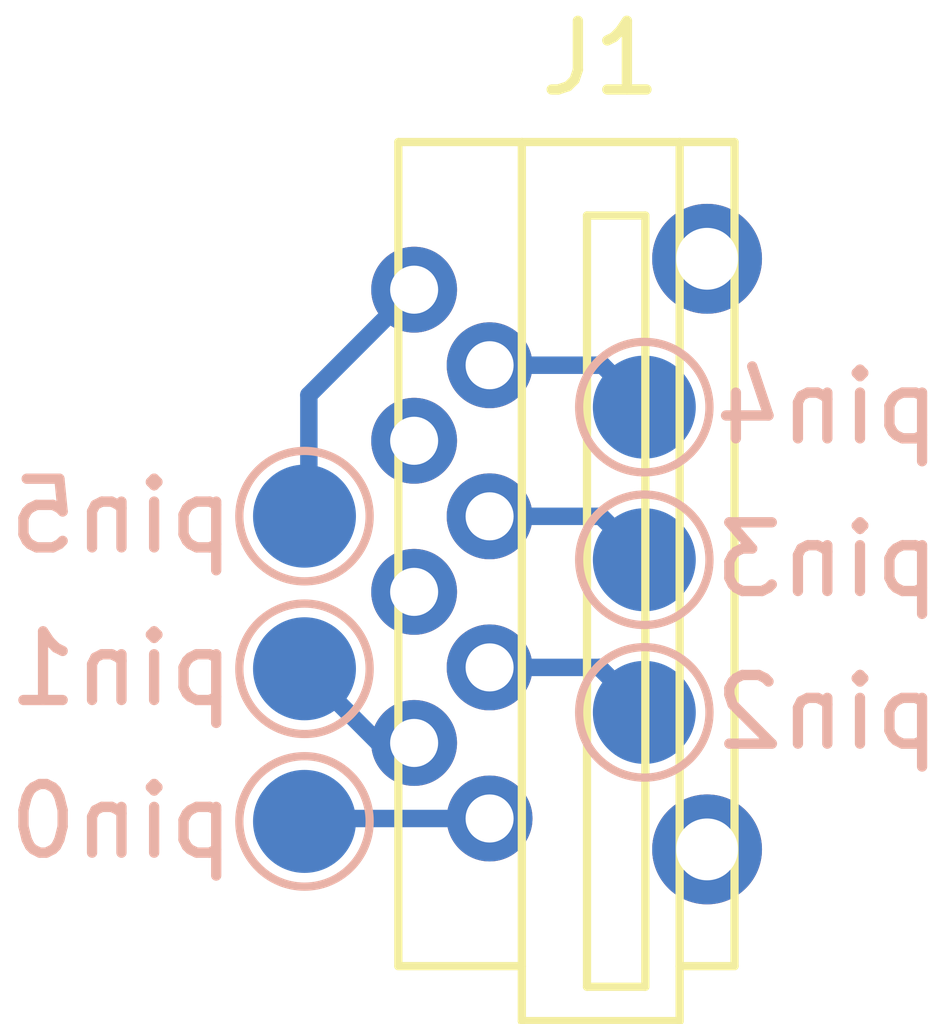
<source format=kicad_pcb>
(kicad_pcb (version 20171130) (host pcbnew "(5.1.9-0-10_14)")

  (general
    (thickness 1.6)
    (drawings 6)
    (tracks 12)
    (zones 0)
    (modules 7)
    (nets 9)
  )

  (page A4)
  (layers
    (0 F.Cu signal)
    (31 B.Cu signal)
    (32 B.Adhes user)
    (33 F.Adhes user)
    (34 B.Paste user)
    (35 F.Paste user)
    (36 B.SilkS user)
    (37 F.SilkS user)
    (38 B.Mask user)
    (39 F.Mask user)
    (40 Dwgs.User user)
    (41 Cmts.User user)
    (42 Eco1.User user)
    (43 Eco2.User user)
    (44 Edge.Cuts user)
    (45 Margin user)
    (46 B.CrtYd user hide)
    (47 F.CrtYd user hide)
    (48 B.Fab user hide)
    (49 F.Fab user hide)
  )

  (setup
    (last_trace_width 0.254)
    (user_trace_width 0.1524)
    (user_trace_width 0.254)
    (user_trace_width 0.4064)
    (user_trace_width 0.635)
    (trace_clearance 0.1524)
    (zone_clearance 0.508)
    (zone_45_only no)
    (trace_min 0.1524)
    (via_size 0.6858)
    (via_drill 0.3048)
    (via_min_size 0.6858)
    (via_min_drill 0.3048)
    (uvia_size 0.3048)
    (uvia_drill 0.1524)
    (uvias_allowed no)
    (uvia_min_size 0.2)
    (uvia_min_drill 0.1)
    (edge_width 0.15)
    (segment_width 0.2)
    (pcb_text_width 0.3)
    (pcb_text_size 1.5 1.5)
    (mod_edge_width 0.15)
    (mod_text_size 1 1)
    (mod_text_width 0.15)
    (pad_size 1.5 1.5)
    (pad_drill 0)
    (pad_to_mask_clearance 0.2)
    (aux_axis_origin 0 0)
    (visible_elements FFFFFF7F)
    (pcbplotparams
      (layerselection 0x010fc_ffffffff)
      (usegerberextensions false)
      (usegerberattributes false)
      (usegerberadvancedattributes false)
      (creategerberjobfile false)
      (excludeedgelayer true)
      (linewidth 0.100000)
      (plotframeref false)
      (viasonmask false)
      (mode 1)
      (useauxorigin false)
      (hpglpennumber 1)
      (hpglpenspeed 20)
      (hpglpendiameter 15.000000)
      (psnegative false)
      (psa4output false)
      (plotreference true)
      (plotvalue true)
      (plotinvisibletext false)
      (padsonsilk false)
      (subtractmaskfromsilk false)
      (outputformat 1)
      (mirror false)
      (drillshape 1)
      (scaleselection 1)
      (outputdirectory ""))
  )

  (net 0 "")
  (net 1 GND)
  (net 2 "Net-(J1-Pad1)")
  (net 3 "Net-(J1-Pad2)")
  (net 4 "Net-(J1-Pad3)")
  (net 5 "Net-(J1-Pad5)")
  (net 6 "Net-(J1-Pad7)")
  (net 7 "Net-(J1-Pad8)")
  (net 8 +3V3)

  (net_class Default "This is the default net class."
    (clearance 0.1524)
    (trace_width 0.1524)
    (via_dia 0.6858)
    (via_drill 0.3048)
    (uvia_dia 0.3048)
    (uvia_drill 0.1524)
    (diff_pair_width 0.1524)
    (diff_pair_gap 0.1524)
    (add_net +3V3)
    (add_net GND)
    (add_net "Net-(J1-Pad1)")
    (add_net "Net-(J1-Pad2)")
    (add_net "Net-(J1-Pad3)")
    (add_net "Net-(J1-Pad5)")
    (add_net "Net-(J1-Pad7)")
    (add_net "Net-(J1-Pad8)")
  )

  (module TestPoint:TestPoint_Pad_D1.5mm (layer B.Cu) (tedit 5A0F774F) (tstamp 60D7ADAF)
    (at -4.318 3.4925)
    (descr "SMD pad as test Point, diameter 1.5mm")
    (tags "test point SMD pad")
    (path /60B91AE3)
    (attr virtual)
    (fp_text reference TP1 (at 0 1.648) (layer F.SilkS) hide
      (effects (font (size 1 1) (thickness 0.15)))
    )
    (fp_text value TestPoint (at 0 -1.75) (layer B.Fab)
      (effects (font (size 1 1) (thickness 0.15)) (justify mirror))
    )
    (fp_circle (center 0 0) (end 0 -0.95) (layer B.SilkS) (width 0.12))
    (fp_circle (center 0 0) (end 1.25 0) (layer B.CrtYd) (width 0.05))
    (fp_text user %R (at 0 1.65) (layer B.Fab)
      (effects (font (size 1 1) (thickness 0.15)) (justify mirror))
    )
    (pad 1 smd circle (at 0 0) (size 1.5 1.5) (layers B.Cu B.Mask)
      (net 2 "Net-(J1-Pad1)"))
  )

  (module Connector_Thonk:PJS008U (layer F.Cu) (tedit 60D7A1CD) (tstamp 60D7A84A)
    (at 0 0)
    (path /60D7AC78)
    (fp_text reference J1 (at 0 -7.62) (layer F.SilkS)
      (effects (font (size 1 1) (thickness 0.15)))
    )
    (fp_text value Micro_SD_Card (at 0 7.62) (layer F.Fab)
      (effects (font (size 1 1) (thickness 0.15)))
    )
    (fp_line (start 1.95 5.6) (end 1.15 5.6) (layer F.SilkS) (width 0.12))
    (fp_line (start 1.95 -6.4) (end 1.15 -6.4) (layer F.SilkS) (width 0.12))
    (fp_line (start 1.95 5.6) (end 1.95 -6.4) (layer F.SilkS) (width 0.12))
    (fp_line (start -2.95 5.6) (end -1.15 5.6) (layer F.SilkS) (width 0.12))
    (fp_line (start -2.95 -6.4) (end -1.15 -6.4) (layer F.SilkS) (width 0.12))
    (fp_line (start -2.95 5.6) (end -2.95 -6.4) (layer F.SilkS) (width 0.12))
    (fp_line (start -0.2 -5.33) (end 0.65 -5.33) (layer F.SilkS) (width 0.12))
    (fp_line (start -0.2 5.9) (end 0.65 5.9) (layer F.SilkS) (width 0.12))
    (fp_line (start 0.65 5.9) (end 0.65 -5.33) (layer F.SilkS) (width 0.12))
    (fp_line (start -1.15 6.4) (end -1.15 -6.4) (layer F.SilkS) (width 0.12))
    (fp_line (start -1.15 6.4) (end 1.15 6.4) (layer F.SilkS) (width 0.12))
    (fp_line (start 1.15 6.4) (end 1.15 -6.4) (layer F.SilkS) (width 0.12))
    (fp_line (start -1.15 -6.4) (end 1.15 -6.4) (layer F.SilkS) (width 0.12))
    (fp_line (start -0.2 5.9) (end -0.2 -5.33) (layer F.SilkS) (width 0.12))
    (pad 9 thru_hole oval (at 1.55 3.9 90) (size 1.6 1.6) (drill oval 0.9) (layers *.Cu *.Mask)
      (net 1 GND))
    (pad 9 thru_hole oval (at 1.55 -4.7 90) (size 1.6 1.6) (drill oval 0.9) (layers *.Cu *.Mask)
      (net 1 GND))
    (pad 1 thru_hole oval (at -1.62 3.45 90) (size 1.25 1.25) (drill oval 0.7) (layers *.Cu *.Mask)
      (net 2 "Net-(J1-Pad1)"))
    (pad 2 thru_hole oval (at -2.72 2.35 90) (size 1.25 1.25) (drill oval 0.7) (layers *.Cu *.Mask)
      (net 3 "Net-(J1-Pad2)"))
    (pad 3 thru_hole oval (at -1.62 1.25 90) (size 1.25 1.25) (drill oval 0.7) (layers *.Cu *.Mask)
      (net 4 "Net-(J1-Pad3)"))
    (pad 5 thru_hole oval (at -1.62 -0.95 90) (size 1.25 1.25) (drill oval 0.7) (layers *.Cu *.Mask)
      (net 5 "Net-(J1-Pad5)"))
    (pad 4 thru_hole oval (at -2.72 0.15 90) (size 1.25 1.25) (drill oval 0.7) (layers *.Cu *.Mask)
      (net 8 +3V3))
    (pad 7 thru_hole oval (at -1.62 -3.15 90) (size 1.25 1.25) (drill oval 0.7) (layers *.Cu *.Mask)
      (net 6 "Net-(J1-Pad7)"))
    (pad 6 thru_hole oval (at -2.72 -2.05 90) (size 1.25 1.25) (drill oval 0.7) (layers *.Cu *.Mask)
      (net 1 GND))
    (pad 8 thru_hole oval (at -2.72 -4.25 90) (size 1.25 1.25) (drill oval 0.7) (layers *.Cu *.Mask)
      (net 7 "Net-(J1-Pad8)"))
  )

  (module TestPoint:TestPoint_Pad_D1.5mm (layer B.Cu) (tedit 5A0F774F) (tstamp 60D7AD9A)
    (at -4.318 1.27)
    (descr "SMD pad as test Point, diameter 1.5mm")
    (tags "test point SMD pad")
    (path /60D7D303)
    (attr virtual)
    (fp_text reference TP2 (at 0 1.648) (layer B.SilkS) hide
      (effects (font (size 1 1) (thickness 0.15)) (justify mirror))
    )
    (fp_text value TestPoint (at 0 -1.75) (layer B.Fab)
      (effects (font (size 1 1) (thickness 0.15)) (justify mirror))
    )
    (fp_circle (center 0 0) (end 1.25 0) (layer B.CrtYd) (width 0.05))
    (fp_circle (center 0 0) (end 0 -0.95) (layer B.SilkS) (width 0.12))
    (fp_text user %R (at 0 1.65) (layer B.Fab)
      (effects (font (size 1 1) (thickness 0.15)) (justify mirror))
    )
    (pad 1 smd circle (at 0 0) (size 1.5 1.5) (layers B.Cu B.Mask)
      (net 3 "Net-(J1-Pad2)"))
  )

  (module TestPoint:TestPoint_Pad_D1.5mm (layer B.Cu) (tedit 5A0F774F) (tstamp 60D7AD85)
    (at 0.635 1.905)
    (descr "SMD pad as test Point, diameter 1.5mm")
    (tags "test point SMD pad")
    (path /60D7D6AF)
    (attr virtual)
    (fp_text reference TP3 (at 0 1.648) (layer B.SilkS) hide
      (effects (font (size 1 1) (thickness 0.15)) (justify mirror))
    )
    (fp_text value TestPoint (at 0 -1.75) (layer B.Fab)
      (effects (font (size 1 1) (thickness 0.15)) (justify mirror))
    )
    (fp_circle (center 0 0) (end 0 -0.95) (layer B.SilkS) (width 0.12))
    (fp_circle (center 0 0) (end 1.25 0) (layer B.CrtYd) (width 0.05))
    (fp_text user %R (at 0 1.65) (layer B.Fab)
      (effects (font (size 1 1) (thickness 0.15)) (justify mirror))
    )
    (pad 1 smd circle (at 0 0) (size 1.5 1.5) (layers B.Cu B.Mask)
      (net 4 "Net-(J1-Pad3)"))
  )

  (module TestPoint:TestPoint_Pad_D1.5mm (layer B.Cu) (tedit 5A0F774F) (tstamp 60D7AD70)
    (at 0.635 -0.3175)
    (descr "SMD pad as test Point, diameter 1.5mm")
    (tags "test point SMD pad")
    (path /60D7DC4B)
    (attr virtual)
    (fp_text reference TP4 (at 0 1.648) (layer B.SilkS) hide
      (effects (font (size 1 1) (thickness 0.15)) (justify mirror))
    )
    (fp_text value TestPoint (at 0 -1.75) (layer B.Fab)
      (effects (font (size 1 1) (thickness 0.15)) (justify mirror))
    )
    (fp_circle (center 0 0) (end 0 -0.95) (layer B.SilkS) (width 0.12))
    (fp_circle (center 0 0) (end 1.25 0) (layer B.CrtYd) (width 0.05))
    (fp_text user %R (at 0 1.65) (layer B.Fab)
      (effects (font (size 1 1) (thickness 0.15)) (justify mirror))
    )
    (pad 1 smd circle (at 0 0) (size 1.5 1.5) (layers B.Cu B.Mask)
      (net 5 "Net-(J1-Pad5)"))
  )

  (module TestPoint:TestPoint_Pad_D1.5mm (layer B.Cu) (tedit 5A0F774F) (tstamp 60D7AD5B)
    (at 0.635 -2.54)
    (descr "SMD pad as test Point, diameter 1.5mm")
    (tags "test point SMD pad")
    (path /60D7E158)
    (attr virtual)
    (fp_text reference TP5 (at 0 1.648) (layer B.SilkS) hide
      (effects (font (size 1 1) (thickness 0.15)) (justify mirror))
    )
    (fp_text value TestPoint (at 0 -1.75) (layer B.Fab)
      (effects (font (size 1 1) (thickness 0.15)) (justify mirror))
    )
    (fp_circle (center 0 0) (end 0 -0.95) (layer B.SilkS) (width 0.12))
    (fp_circle (center 0 0) (end 1.25 0) (layer B.CrtYd) (width 0.05))
    (fp_text user %R (at 0 1.65) (layer B.Fab)
      (effects (font (size 1 1) (thickness 0.15)) (justify mirror))
    )
    (pad 1 smd circle (at 0 0) (size 1.5 1.5) (layers B.Cu B.Mask)
      (net 6 "Net-(J1-Pad7)"))
  )

  (module TestPoint:TestPoint_Pad_D1.5mm (layer B.Cu) (tedit 5A0F774F) (tstamp 60D7AD46)
    (at -4.318 -0.9525)
    (descr "SMD pad as test Point, diameter 1.5mm")
    (tags "test point SMD pad")
    (path /60D7E45F)
    (attr virtual)
    (fp_text reference TP6 (at 0 1.648) (layer B.SilkS) hide
      (effects (font (size 1 1) (thickness 0.15)) (justify mirror))
    )
    (fp_text value TestPoint (at 0 -1.75) (layer B.Fab)
      (effects (font (size 1 1) (thickness 0.15)) (justify mirror))
    )
    (fp_circle (center 0 0) (end 1.25 0) (layer B.CrtYd) (width 0.05))
    (fp_circle (center 0 0) (end 0 -0.95) (layer B.SilkS) (width 0.12))
    (fp_text user %R (at 0 1.65) (layer B.Fab)
      (effects (font (size 1 1) (thickness 0.15)) (justify mirror))
    )
    (pad 1 smd circle (at 0 0) (size 1.5 1.5) (layers B.Cu B.Mask)
      (net 7 "Net-(J1-Pad8)"))
  )

  (gr_text pin4 (at 1.585 -2.54) (layer B.SilkS) (tstamp 60D7AB2C)
    (effects (font (size 1 1) (thickness 0.15)) (justify right mirror))
  )
  (gr_text pin3 (at 1.585 -0.3175) (layer B.SilkS) (tstamp 60D7AB2A)
    (effects (font (size 1 1) (thickness 0.15)) (justify right mirror))
  )
  (gr_text pin2 (at 1.585 1.905) (layer B.SilkS) (tstamp 60D7AB28)
    (effects (font (size 1 1) (thickness 0.15)) (justify right mirror))
  )
  (gr_text pin5 (at -5.268 -0.9525) (layer B.SilkS) (tstamp 60D7AB23)
    (effects (font (size 1 1) (thickness 0.15)) (justify left mirror))
  )
  (gr_text pin1 (at -5.268 1.27) (layer B.SilkS) (tstamp 60D7AB21)
    (effects (font (size 1 1) (thickness 0.15)) (justify left mirror))
  )
  (gr_text pin0 (at -5.268 3.4925) (layer B.SilkS) (tstamp 60D7A93B)
    (effects (font (size 1 1) (thickness 0.15)) (justify left mirror))
  )

  (segment (start -4.2755 3.45) (end -4.318 3.4925) (width 0.254) (layer B.Cu) (net 2))
  (segment (start -1.62 3.45) (end -4.2755 3.45) (width 0.254) (layer B.Cu) (net 2))
  (segment (start -3.238 2.35) (end -4.318 1.27) (width 0.254) (layer B.Cu) (net 3))
  (segment (start -2.72 2.35) (end -3.238 2.35) (width 0.254) (layer B.Cu) (net 3))
  (segment (start -0.02 1.25) (end 0.635 1.905) (width 0.254) (layer B.Cu) (net 4))
  (segment (start -1.62 1.25) (end -0.02 1.25) (width 0.254) (layer B.Cu) (net 4))
  (segment (start 0.0025 -0.95) (end 0.635 -0.3175) (width 0.254) (layer B.Cu) (net 5))
  (segment (start -1.62 -0.95) (end 0.0025 -0.95) (width 0.254) (layer B.Cu) (net 5))
  (segment (start 0.025 -3.15) (end 0.635 -2.54) (width 0.254) (layer B.Cu) (net 6))
  (segment (start -1.62 -3.15) (end 0.025 -3.15) (width 0.254) (layer B.Cu) (net 6))
  (segment (start -4.2545 -2.7155) (end -4.2545 -0.9525) (width 0.254) (layer B.Cu) (net 7))
  (segment (start -2.72 -4.25) (end -4.2545 -2.7155) (width 0.254) (layer B.Cu) (net 7))

)

</source>
